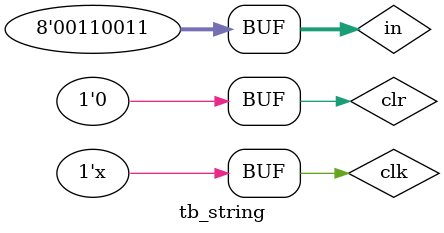
<source format=v>
`timescale 1ns / 1ps


module tb_string;
    reg clk;
    reg clr;
    reg [7:0]in;
    wire out;
    
    string uut(
        .clk(clk),
        .clr(clr),
        .in(in),
        .out(out)
    );
    initial
    begin
        clk = 1;
        clr = 0;
        in = "1";
        #10 in = "+";
        #10 in = "2";
        #10 in = "*";
        #10 in = "3";
        #20 clr = 1;
        #10 clr = 0;
        #10 in = "1";
        #10 in = "+";
        #10 in = "2";
        #10 in = "*";
        #10 in = "3";
    end
    always #5 clk = ~clk;
    
endmodule

</source>
